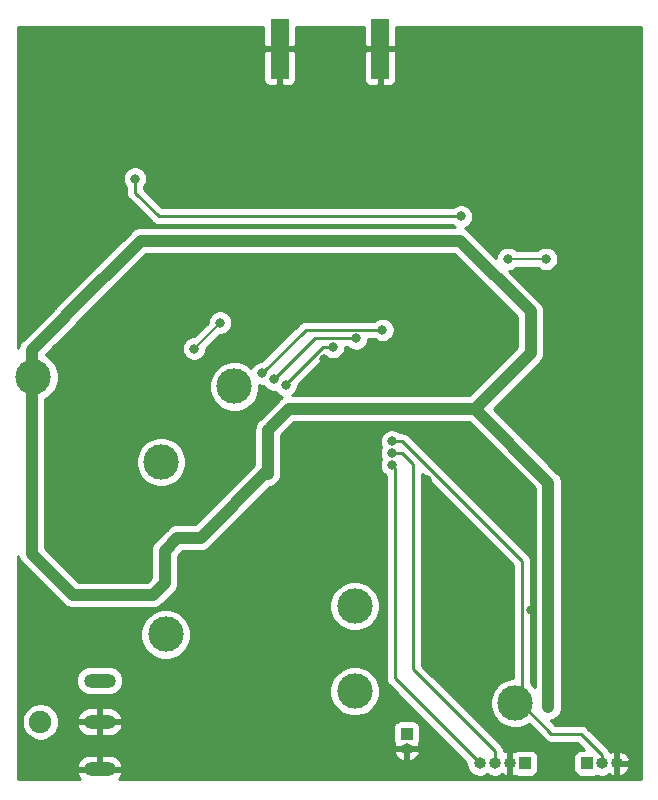
<source format=gbl>
%TF.GenerationSoftware,KiCad,Pcbnew,5.1.10-88a1d61d58~90~ubuntu20.04.1*%
%TF.CreationDate,2022-02-10T11:47:54-08:00*%
%TF.ProjectId,RP2040_WEDS,52503230-3430-45f5-9745-44532e6b6963,rev?*%
%TF.SameCoordinates,Original*%
%TF.FileFunction,Copper,L2,Bot*%
%TF.FilePolarity,Positive*%
%FSLAX46Y46*%
G04 Gerber Fmt 4.6, Leading zero omitted, Abs format (unit mm)*
G04 Created by KiCad (PCBNEW 5.1.10-88a1d61d58~90~ubuntu20.04.1) date 2022-02-10 11:47:54*
%MOMM*%
%LPD*%
G01*
G04 APERTURE LIST*
%TA.AperFunction,ComponentPad*%
%ADD10C,3.000000*%
%TD*%
%TA.AperFunction,SMDPad,CuDef*%
%ADD11R,1.500000X5.080000*%
%TD*%
%TA.AperFunction,ComponentPad*%
%ADD12O,1.000000X1.000000*%
%TD*%
%TA.AperFunction,ComponentPad*%
%ADD13R,1.000000X1.000000*%
%TD*%
%TA.AperFunction,ComponentPad*%
%ADD14O,2.700000X1.200000*%
%TD*%
%TA.AperFunction,ComponentPad*%
%ADD15C,1.900000*%
%TD*%
%TA.AperFunction,ViaPad*%
%ADD16C,0.800000*%
%TD*%
%TA.AperFunction,Conductor*%
%ADD17C,0.250000*%
%TD*%
%TA.AperFunction,Conductor*%
%ADD18C,0.200000*%
%TD*%
%TA.AperFunction,Conductor*%
%ADD19C,1.000000*%
%TD*%
%TA.AperFunction,Conductor*%
%ADD20C,0.254000*%
%TD*%
%TA.AperFunction,Conductor*%
%ADD21C,0.100000*%
%TD*%
G04 APERTURE END LIST*
D10*
%TO.P,TP1,1*%
%TO.N,VDC*%
X163600000Y-91600000D03*
%TD*%
%TO.P,TP7,1*%
%TO.N,LORA_RX*%
X163200000Y-77000000D03*
%TD*%
%TO.P,TP6,1*%
%TO.N,LORA_TX*%
X169400000Y-70600000D03*
%TD*%
%TO.P,TP5,1*%
%TO.N,SOIL_SIG*%
X193200000Y-97400000D03*
%TD*%
%TO.P,TP4,1*%
%TO.N,VDD*%
X152400000Y-69800000D03*
%TD*%
%TO.P,TP3,1*%
%TO.N,+3V3*%
X179600000Y-89200000D03*
%TD*%
%TO.P,TP2,1*%
%TO.N,+BATT*%
X179600000Y-96400000D03*
%TD*%
D11*
%TO.P,J6,5*%
%TO.N,GND*%
X181750000Y-42000000D03*
%TO.P,J6,4*%
X173250000Y-42000000D03*
%TD*%
D12*
%TO.P,J4,4*%
%TO.N,SDA_SOIL*%
X190190000Y-102500000D03*
%TO.P,J4,3*%
%TO.N,SCL_SOIL*%
X191460000Y-102500000D03*
%TO.P,J4,2*%
%TO.N,GND*%
X192730000Y-102500000D03*
D13*
%TO.P,J4,1*%
%TO.N,VDD*%
X194000000Y-102500000D03*
%TD*%
D12*
%TO.P,J3,2*%
%TO.N,GND*%
X184000000Y-101270000D03*
D13*
%TO.P,J3,1*%
%TO.N,+BATT*%
X184000000Y-100000000D03*
%TD*%
D12*
%TO.P,J2,3*%
%TO.N,GND*%
X201790000Y-102500000D03*
%TO.P,J2,2*%
%TO.N,SOIL_SIG*%
X200520000Y-102500000D03*
D13*
%TO.P,J2,1*%
%TO.N,VDD*%
X199250000Y-102500000D03*
%TD*%
D14*
%TO.P,J1,3*%
%TO.N,GND*%
X158000000Y-103000000D03*
%TO.P,J1,2*%
X158000000Y-99000000D03*
%TO.P,J1,1*%
%TO.N,Net-(D1-Pad2)*%
X158000000Y-95500000D03*
D15*
%TO.P,J1,*%
%TO.N,*%
X153000000Y-99000000D03*
%TD*%
D16*
%TO.N,GND*%
X187200000Y-55050000D03*
X187200000Y-59800000D03*
X178250000Y-75750000D03*
X175750000Y-75750000D03*
X178250000Y-78250000D03*
X175000000Y-99200000D03*
X182230000Y-101270000D03*
X194500000Y-89500000D03*
X199350000Y-94850000D03*
X199250000Y-78500000D03*
X191000000Y-76000000D03*
X191000000Y-80500000D03*
X173250000Y-46250000D03*
X181750000Y-46250000D03*
X167750000Y-74250000D03*
X167750000Y-77500000D03*
X178750000Y-68250000D03*
X182250000Y-68250000D03*
X184000000Y-68250000D03*
X185750000Y-78500000D03*
X185750000Y-74000000D03*
X173750000Y-83750000D03*
X175500000Y-81500000D03*
X173750000Y-85750000D03*
X177000000Y-68250000D03*
X172250000Y-83750000D03*
X183345000Y-60845000D03*
X157750000Y-83000000D03*
X154000000Y-80750000D03*
X154000000Y-89500000D03*
X200500002Y-89250000D03*
X200500000Y-84750000D03*
X180500000Y-68250000D03*
X169250000Y-54000000D03*
X176000000Y-54000000D03*
X162250000Y-47750000D03*
X156200000Y-53000000D03*
X157250000Y-60250000D03*
X201200000Y-43200000D03*
%TO.N,SOIL_SIG*%
X182750000Y-75249974D03*
%TO.N,SCL_SOIL*%
X182750000Y-76249987D03*
%TO.N,SDA_SOIL*%
X182749996Y-77250000D03*
%TO.N,QSPI_CSN*%
X171750000Y-69500000D03*
X181950002Y-65799998D03*
%TO.N,LORA_RX*%
X166000000Y-67400000D03*
X168200000Y-65200000D03*
%TO.N,RESET*%
X161000000Y-53000000D03*
X188600000Y-56200000D03*
%TO.N,QSPI_SD1*%
X172750000Y-70000000D03*
X179725001Y-66524999D03*
%TO.N,QSPI_SD2*%
X173750000Y-70500000D03*
X177750000Y-67250000D03*
%TO.N,DONE*%
X192600000Y-59800000D03*
X195800000Y-59800000D03*
%TO.N,VDD*%
X194500000Y-66750000D03*
X172250000Y-74250000D03*
X177500000Y-72500000D03*
X183250000Y-72500000D03*
X182500000Y-58250000D03*
X152250000Y-84750000D03*
X152250000Y-82000000D03*
X163500000Y-87249996D03*
X158000000Y-88250000D03*
X189750000Y-72500000D03*
X195999982Y-97750000D03*
X184999992Y-72500000D03*
X181750004Y-72500000D03*
X188500000Y-58250000D03*
X154975000Y-64775000D03*
X172250000Y-77699990D03*
X164600000Y-83400000D03*
%TD*%
D17*
%TO.N,SOIL_SIG*%
X193774999Y-85388589D02*
X193774999Y-97524999D01*
X183636384Y-75249974D02*
X193774999Y-85388589D01*
X182750000Y-75249974D02*
X183636384Y-75249974D01*
X193774999Y-97524999D02*
X196250000Y-100000000D01*
X200520000Y-101792894D02*
X200520000Y-102500000D01*
X198727106Y-100000000D02*
X200520000Y-101792894D01*
X196250000Y-100000000D02*
X198727106Y-100000000D01*
%TO.N,SCL_SOIL*%
X191460000Y-101460000D02*
X191460000Y-102500000D01*
X184549990Y-94549990D02*
X191460000Y-101460000D01*
X184549990Y-77149990D02*
X184549990Y-94549990D01*
X183649987Y-76249987D02*
X184549990Y-77149990D01*
X182750000Y-76249987D02*
X183649987Y-76249987D01*
%TO.N,SDA_SOIL*%
X182999996Y-95309996D02*
X190190000Y-102500000D01*
X182999996Y-77500000D02*
X182999996Y-95309996D01*
X182749996Y-77250000D02*
X182999996Y-77500000D01*
%TO.N,QSPI_CSN*%
X175450002Y-65799998D02*
X181950002Y-65799998D01*
X171750000Y-69500000D02*
X175450002Y-65799998D01*
X181950002Y-65799998D02*
X181950002Y-65799998D01*
D18*
%TO.N,LORA_RX*%
X166000000Y-67400000D02*
X168200000Y-65200000D01*
X168200000Y-65200000D02*
X168200000Y-65200000D01*
D17*
%TO.N,RESET*%
X163000000Y-56200000D02*
X188600000Y-56200000D01*
X161000000Y-54200000D02*
X163000000Y-56200000D01*
X161000000Y-53000000D02*
X161000000Y-54200000D01*
%TO.N,QSPI_SD1*%
X176225001Y-66524999D02*
X179475001Y-66524999D01*
X172750000Y-70000000D02*
X176225001Y-66524999D01*
X179475001Y-66524999D02*
X179725001Y-66524999D01*
X179725001Y-66524999D02*
X179725001Y-66524999D01*
%TO.N,QSPI_SD2*%
X176926998Y-67250000D02*
X177750000Y-67250000D01*
X173750000Y-70426998D02*
X176926998Y-67250000D01*
X173750000Y-70500000D02*
X173750000Y-70426998D01*
X177750000Y-67250000D02*
X177750000Y-67250000D01*
D18*
%TO.N,DONE*%
X192600000Y-59800000D02*
X195800000Y-59800000D01*
X195800000Y-59800000D02*
X195800000Y-59800000D01*
D19*
%TO.N,VDD*%
X194500000Y-66750000D02*
X194500000Y-67750000D01*
X194500000Y-67750000D02*
X189750000Y-72500000D01*
X172250000Y-74250000D02*
X172250000Y-78000000D01*
X182500000Y-58250000D02*
X182500000Y-58250000D01*
X185750000Y-58250000D02*
X182500000Y-58250000D01*
X188500000Y-58250000D02*
X188500000Y-58250000D01*
X194500000Y-64250000D02*
X188500000Y-58250000D01*
X194500000Y-66750000D02*
X194500000Y-64250000D01*
X152250000Y-67500000D02*
X152250000Y-82000000D01*
X161500000Y-58250000D02*
X155250000Y-64500000D01*
X182500000Y-58250000D02*
X161500000Y-58250000D01*
X152250000Y-84750000D02*
X152250000Y-84750000D01*
X174000000Y-72500000D02*
X172500000Y-74000000D01*
X177750000Y-72500000D02*
X174000000Y-72500000D01*
X152250000Y-82000000D02*
X152250000Y-84750000D01*
X162499996Y-88250000D02*
X163500000Y-87249996D01*
X155750000Y-88250000D02*
X158000000Y-88250000D01*
X152250000Y-84750000D02*
X155750000Y-88250000D01*
X158000000Y-88250000D02*
X162499996Y-88250000D01*
X189750000Y-72500000D02*
X189750000Y-72500000D01*
X189750000Y-72500000D02*
X195999982Y-78749982D01*
X195999982Y-78749982D02*
X195999982Y-97750000D01*
X155250000Y-64500000D02*
X154975000Y-64775000D01*
X189750000Y-72500000D02*
X184999992Y-72500000D01*
X177750000Y-72500000D02*
X179000000Y-72500000D01*
X184999992Y-72500000D02*
X181750004Y-72500000D01*
X179000000Y-72500000D02*
X181750004Y-72500000D01*
X154975000Y-64775000D02*
X152250000Y-67500000D01*
X188500000Y-58250000D02*
X185750000Y-58250000D01*
X154975000Y-64775000D02*
X154975000Y-64775000D01*
X166549990Y-83400000D02*
X164600000Y-83400000D01*
X172250000Y-77699990D02*
X166549990Y-83400000D01*
X163500000Y-87249996D02*
X163500000Y-84500000D01*
X163500000Y-84500000D02*
X164600000Y-83400000D01*
%TD*%
D20*
%TO.N,GND*%
X171865000Y-41714250D02*
X172023750Y-41873000D01*
X173123000Y-41873000D01*
X173123000Y-41853000D01*
X173377000Y-41853000D01*
X173377000Y-41873000D01*
X174476250Y-41873000D01*
X174635000Y-41714250D01*
X174637163Y-40127000D01*
X180362837Y-40127000D01*
X180365000Y-41714250D01*
X180523750Y-41873000D01*
X181623000Y-41873000D01*
X181623000Y-41853000D01*
X181877000Y-41853000D01*
X181877000Y-41873000D01*
X182976250Y-41873000D01*
X183135000Y-41714250D01*
X183137163Y-40127000D01*
X203873000Y-40127000D01*
X203873000Y-103873000D01*
X159624319Y-103873000D01*
X159713078Y-103783474D01*
X159847421Y-103580533D01*
X159939591Y-103355282D01*
X159943462Y-103317609D01*
X159818731Y-103127000D01*
X158127000Y-103127000D01*
X158127000Y-103147000D01*
X157873000Y-103147000D01*
X157873000Y-103127000D01*
X156181269Y-103127000D01*
X156056538Y-103317609D01*
X156060409Y-103355282D01*
X156152579Y-103580533D01*
X156286922Y-103783474D01*
X156375681Y-103873000D01*
X151127000Y-103873000D01*
X151127000Y-102682391D01*
X156056538Y-102682391D01*
X156181269Y-102873000D01*
X157873000Y-102873000D01*
X157873000Y-101765000D01*
X158127000Y-101765000D01*
X158127000Y-102873000D01*
X159818731Y-102873000D01*
X159943462Y-102682391D01*
X159939591Y-102644718D01*
X159847421Y-102419467D01*
X159713078Y-102216526D01*
X159541725Y-102043693D01*
X159339946Y-101907610D01*
X159115496Y-101813507D01*
X158877000Y-101765000D01*
X158127000Y-101765000D01*
X157873000Y-101765000D01*
X157123000Y-101765000D01*
X156884504Y-101813507D01*
X156660054Y-101907610D01*
X156458275Y-102043693D01*
X156286922Y-102216526D01*
X156152579Y-102419467D01*
X156060409Y-102644718D01*
X156056538Y-102682391D01*
X151127000Y-102682391D01*
X151127000Y-101571876D01*
X182905874Y-101571876D01*
X182985790Y-101779529D01*
X183104682Y-101967601D01*
X183257980Y-102128865D01*
X183439794Y-102257123D01*
X183643136Y-102347446D01*
X183698126Y-102364119D01*
X183873000Y-102237954D01*
X183873000Y-101397000D01*
X184127000Y-101397000D01*
X184127000Y-102237954D01*
X184301874Y-102364119D01*
X184356864Y-102347446D01*
X184560206Y-102257123D01*
X184742020Y-102128865D01*
X184895318Y-101967601D01*
X185014210Y-101779529D01*
X185094126Y-101571876D01*
X184969129Y-101397000D01*
X184127000Y-101397000D01*
X183873000Y-101397000D01*
X183030871Y-101397000D01*
X182905874Y-101571876D01*
X151127000Y-101571876D01*
X151127000Y-98843891D01*
X151415000Y-98843891D01*
X151415000Y-99156109D01*
X151475911Y-99462327D01*
X151595391Y-99750779D01*
X151768850Y-100010379D01*
X151989621Y-100231150D01*
X152249221Y-100404609D01*
X152537673Y-100524089D01*
X152843891Y-100585000D01*
X153156109Y-100585000D01*
X153462327Y-100524089D01*
X153750779Y-100404609D01*
X154010379Y-100231150D01*
X154231150Y-100010379D01*
X154404609Y-99750779D01*
X154524089Y-99462327D01*
X154552875Y-99317609D01*
X156056538Y-99317609D01*
X156060409Y-99355282D01*
X156152579Y-99580533D01*
X156286922Y-99783474D01*
X156458275Y-99956307D01*
X156660054Y-100092390D01*
X156884504Y-100186493D01*
X157123000Y-100235000D01*
X157873000Y-100235000D01*
X157873000Y-99127000D01*
X158127000Y-99127000D01*
X158127000Y-100235000D01*
X158877000Y-100235000D01*
X159115496Y-100186493D01*
X159339946Y-100092390D01*
X159541725Y-99956307D01*
X159713078Y-99783474D01*
X159847421Y-99580533D01*
X159880374Y-99500000D01*
X182861928Y-99500000D01*
X182861928Y-100500000D01*
X182874188Y-100624482D01*
X182910498Y-100744180D01*
X182957918Y-100832894D01*
X182905874Y-100968124D01*
X183030871Y-101143000D01*
X183873000Y-101143000D01*
X183873000Y-101138072D01*
X184127000Y-101138072D01*
X184127000Y-101143000D01*
X184969129Y-101143000D01*
X185094126Y-100968124D01*
X185042082Y-100832894D01*
X185089502Y-100744180D01*
X185125812Y-100624482D01*
X185138072Y-100500000D01*
X185138072Y-99500000D01*
X185125812Y-99375518D01*
X185089502Y-99255820D01*
X185030537Y-99145506D01*
X184951185Y-99048815D01*
X184854494Y-98969463D01*
X184744180Y-98910498D01*
X184624482Y-98874188D01*
X184500000Y-98861928D01*
X183500000Y-98861928D01*
X183375518Y-98874188D01*
X183255820Y-98910498D01*
X183145506Y-98969463D01*
X183048815Y-99048815D01*
X182969463Y-99145506D01*
X182910498Y-99255820D01*
X182874188Y-99375518D01*
X182861928Y-99500000D01*
X159880374Y-99500000D01*
X159939591Y-99355282D01*
X159943462Y-99317609D01*
X159818731Y-99127000D01*
X158127000Y-99127000D01*
X157873000Y-99127000D01*
X156181269Y-99127000D01*
X156056538Y-99317609D01*
X154552875Y-99317609D01*
X154585000Y-99156109D01*
X154585000Y-98843891D01*
X154552876Y-98682391D01*
X156056538Y-98682391D01*
X156181269Y-98873000D01*
X157873000Y-98873000D01*
X157873000Y-97765000D01*
X158127000Y-97765000D01*
X158127000Y-98873000D01*
X159818731Y-98873000D01*
X159943462Y-98682391D01*
X159939591Y-98644718D01*
X159847421Y-98419467D01*
X159713078Y-98216526D01*
X159541725Y-98043693D01*
X159339946Y-97907610D01*
X159115496Y-97813507D01*
X158877000Y-97765000D01*
X158127000Y-97765000D01*
X157873000Y-97765000D01*
X157123000Y-97765000D01*
X156884504Y-97813507D01*
X156660054Y-97907610D01*
X156458275Y-98043693D01*
X156286922Y-98216526D01*
X156152579Y-98419467D01*
X156060409Y-98644718D01*
X156056538Y-98682391D01*
X154552876Y-98682391D01*
X154524089Y-98537673D01*
X154404609Y-98249221D01*
X154231150Y-97989621D01*
X154010379Y-97768850D01*
X153750779Y-97595391D01*
X153462327Y-97475911D01*
X153156109Y-97415000D01*
X152843891Y-97415000D01*
X152537673Y-97475911D01*
X152249221Y-97595391D01*
X151989621Y-97768850D01*
X151768850Y-97989621D01*
X151595391Y-98249221D01*
X151475911Y-98537673D01*
X151415000Y-98843891D01*
X151127000Y-98843891D01*
X151127000Y-95500000D01*
X156009025Y-95500000D01*
X156032870Y-95742102D01*
X156103489Y-95974901D01*
X156218167Y-96189449D01*
X156372498Y-96377502D01*
X156560551Y-96531833D01*
X156775099Y-96646511D01*
X157007898Y-96717130D01*
X157189335Y-96735000D01*
X158810665Y-96735000D01*
X158992102Y-96717130D01*
X159224901Y-96646511D01*
X159439449Y-96531833D01*
X159627502Y-96377502D01*
X159781609Y-96189721D01*
X177465000Y-96189721D01*
X177465000Y-96610279D01*
X177547047Y-97022756D01*
X177707988Y-97411302D01*
X177941637Y-97760983D01*
X178239017Y-98058363D01*
X178588698Y-98292012D01*
X178977244Y-98452953D01*
X179389721Y-98535000D01*
X179810279Y-98535000D01*
X180222756Y-98452953D01*
X180611302Y-98292012D01*
X180960983Y-98058363D01*
X181258363Y-97760983D01*
X181492012Y-97411302D01*
X181652953Y-97022756D01*
X181735000Y-96610279D01*
X181735000Y-96189721D01*
X181652953Y-95777244D01*
X181492012Y-95388698D01*
X181258363Y-95039017D01*
X180960983Y-94741637D01*
X180611302Y-94507988D01*
X180222756Y-94347047D01*
X179810279Y-94265000D01*
X179389721Y-94265000D01*
X178977244Y-94347047D01*
X178588698Y-94507988D01*
X178239017Y-94741637D01*
X177941637Y-95039017D01*
X177707988Y-95388698D01*
X177547047Y-95777244D01*
X177465000Y-96189721D01*
X159781609Y-96189721D01*
X159781833Y-96189449D01*
X159896511Y-95974901D01*
X159967130Y-95742102D01*
X159990975Y-95500000D01*
X159967130Y-95257898D01*
X159896511Y-95025099D01*
X159781833Y-94810551D01*
X159627502Y-94622498D01*
X159439449Y-94468167D01*
X159224901Y-94353489D01*
X158992102Y-94282870D01*
X158810665Y-94265000D01*
X157189335Y-94265000D01*
X157007898Y-94282870D01*
X156775099Y-94353489D01*
X156560551Y-94468167D01*
X156372498Y-94622498D01*
X156218167Y-94810551D01*
X156103489Y-95025099D01*
X156032870Y-95257898D01*
X156009025Y-95500000D01*
X151127000Y-95500000D01*
X151127000Y-91389721D01*
X161465000Y-91389721D01*
X161465000Y-91810279D01*
X161547047Y-92222756D01*
X161707988Y-92611302D01*
X161941637Y-92960983D01*
X162239017Y-93258363D01*
X162588698Y-93492012D01*
X162977244Y-93652953D01*
X163389721Y-93735000D01*
X163810279Y-93735000D01*
X164222756Y-93652953D01*
X164611302Y-93492012D01*
X164960983Y-93258363D01*
X165258363Y-92960983D01*
X165492012Y-92611302D01*
X165652953Y-92222756D01*
X165735000Y-91810279D01*
X165735000Y-91389721D01*
X165652953Y-90977244D01*
X165492012Y-90588698D01*
X165258363Y-90239017D01*
X164960983Y-89941637D01*
X164611302Y-89707988D01*
X164222756Y-89547047D01*
X163810279Y-89465000D01*
X163389721Y-89465000D01*
X162977244Y-89547047D01*
X162588698Y-89707988D01*
X162239017Y-89941637D01*
X161941637Y-90239017D01*
X161707988Y-90588698D01*
X161547047Y-90977244D01*
X161465000Y-91389721D01*
X151127000Y-91389721D01*
X151127000Y-84927591D01*
X151131423Y-84972499D01*
X151196324Y-85186447D01*
X151301716Y-85383623D01*
X151443551Y-85556449D01*
X151486865Y-85591996D01*
X154908009Y-89013141D01*
X154943551Y-89056449D01*
X155116377Y-89198284D01*
X155313553Y-89303676D01*
X155527501Y-89368577D01*
X155694248Y-89385000D01*
X155694257Y-89385000D01*
X155749999Y-89390490D01*
X155805741Y-89385000D01*
X162444245Y-89385000D01*
X162499996Y-89390491D01*
X162555747Y-89385000D01*
X162555748Y-89385000D01*
X162722495Y-89368577D01*
X162936443Y-89303676D01*
X163133619Y-89198284D01*
X163306445Y-89056449D01*
X163341992Y-89013136D01*
X163365407Y-88989721D01*
X177465000Y-88989721D01*
X177465000Y-89410279D01*
X177547047Y-89822756D01*
X177707988Y-90211302D01*
X177941637Y-90560983D01*
X178239017Y-90858363D01*
X178588698Y-91092012D01*
X178977244Y-91252953D01*
X179389721Y-91335000D01*
X179810279Y-91335000D01*
X180222756Y-91252953D01*
X180611302Y-91092012D01*
X180960983Y-90858363D01*
X181258363Y-90560983D01*
X181492012Y-90211302D01*
X181652953Y-89822756D01*
X181735000Y-89410279D01*
X181735000Y-88989721D01*
X181652953Y-88577244D01*
X181492012Y-88188698D01*
X181258363Y-87839017D01*
X180960983Y-87541637D01*
X180611302Y-87307988D01*
X180222756Y-87147047D01*
X179810279Y-87065000D01*
X179389721Y-87065000D01*
X178977244Y-87147047D01*
X178588698Y-87307988D01*
X178239017Y-87541637D01*
X177941637Y-87839017D01*
X177707988Y-88188698D01*
X177547047Y-88577244D01*
X177465000Y-88989721D01*
X163365407Y-88989721D01*
X164263140Y-88091988D01*
X164306449Y-88056445D01*
X164448284Y-87883619D01*
X164553676Y-87686443D01*
X164603471Y-87522291D01*
X164618577Y-87472496D01*
X164634779Y-87307988D01*
X164635000Y-87305748D01*
X164635000Y-87305741D01*
X164640490Y-87249997D01*
X164635000Y-87194253D01*
X164635000Y-84970131D01*
X165070132Y-84535000D01*
X166494239Y-84535000D01*
X166549990Y-84540491D01*
X166605741Y-84535000D01*
X166605742Y-84535000D01*
X166772489Y-84518577D01*
X166986437Y-84453676D01*
X167183613Y-84348284D01*
X167356439Y-84206449D01*
X167391986Y-84163135D01*
X172432617Y-79122505D01*
X172472499Y-79118577D01*
X172686447Y-79053676D01*
X172883623Y-78948284D01*
X173056449Y-78806449D01*
X173198284Y-78633623D01*
X173303676Y-78436447D01*
X173368577Y-78222499D01*
X173385000Y-78055752D01*
X173385000Y-77755733D01*
X173390490Y-77699991D01*
X173385000Y-77644249D01*
X173385000Y-74720131D01*
X174470132Y-73635000D01*
X189279869Y-73635000D01*
X194864982Y-79220114D01*
X194864983Y-96048924D01*
X194858363Y-96039017D01*
X194560983Y-95741637D01*
X194534999Y-95724275D01*
X194534999Y-85425912D01*
X194538675Y-85388589D01*
X194534999Y-85351266D01*
X194534999Y-85351256D01*
X194524002Y-85239603D01*
X194480545Y-85096342D01*
X194409973Y-84964313D01*
X194315000Y-84848588D01*
X194286003Y-84824791D01*
X184200188Y-74738977D01*
X184176385Y-74709973D01*
X184060660Y-74615000D01*
X183928631Y-74544428D01*
X183785370Y-74500971D01*
X183673717Y-74489974D01*
X183673706Y-74489974D01*
X183636384Y-74486298D01*
X183599062Y-74489974D01*
X183453711Y-74489974D01*
X183409774Y-74446037D01*
X183240256Y-74332769D01*
X183051898Y-74254748D01*
X182851939Y-74214974D01*
X182648061Y-74214974D01*
X182448102Y-74254748D01*
X182259744Y-74332769D01*
X182090226Y-74446037D01*
X181946063Y-74590200D01*
X181832795Y-74759718D01*
X181754774Y-74948076D01*
X181715000Y-75148035D01*
X181715000Y-75351913D01*
X181754774Y-75551872D01*
X181832795Y-75740230D01*
X181839310Y-75749981D01*
X181832795Y-75759731D01*
X181754774Y-75948089D01*
X181715000Y-76148048D01*
X181715000Y-76351926D01*
X181754774Y-76551885D01*
X181832795Y-76740243D01*
X181839308Y-76749991D01*
X181832791Y-76759744D01*
X181754770Y-76948102D01*
X181714996Y-77148061D01*
X181714996Y-77351939D01*
X181754770Y-77551898D01*
X181832791Y-77740256D01*
X181946059Y-77909774D01*
X182090222Y-78053937D01*
X182239996Y-78154013D01*
X182239997Y-95272663D01*
X182236320Y-95309996D01*
X182250994Y-95458981D01*
X182294450Y-95602242D01*
X182365022Y-95734272D01*
X182400289Y-95777244D01*
X182459996Y-95849997D01*
X182488994Y-95873795D01*
X189055000Y-102439802D01*
X189055000Y-102611788D01*
X189098617Y-102831067D01*
X189184176Y-103037624D01*
X189308388Y-103223520D01*
X189466480Y-103381612D01*
X189652376Y-103505824D01*
X189858933Y-103591383D01*
X190078212Y-103635000D01*
X190301788Y-103635000D01*
X190521067Y-103591383D01*
X190727624Y-103505824D01*
X190825000Y-103440759D01*
X190922376Y-103505824D01*
X191128933Y-103591383D01*
X191348212Y-103635000D01*
X191571788Y-103635000D01*
X191791067Y-103591383D01*
X191997624Y-103505824D01*
X192099658Y-103437647D01*
X192169794Y-103487123D01*
X192373136Y-103577446D01*
X192428126Y-103594119D01*
X192603000Y-103467954D01*
X192603000Y-102627000D01*
X192591974Y-102627000D01*
X192595000Y-102611788D01*
X192595000Y-102388212D01*
X192591974Y-102373000D01*
X192603000Y-102373000D01*
X192603000Y-101532046D01*
X192857000Y-101532046D01*
X192857000Y-102373000D01*
X192861928Y-102373000D01*
X192861928Y-102627000D01*
X192857000Y-102627000D01*
X192857000Y-103467954D01*
X193031874Y-103594119D01*
X193086864Y-103577446D01*
X193166820Y-103541930D01*
X193255820Y-103589502D01*
X193375518Y-103625812D01*
X193500000Y-103638072D01*
X194500000Y-103638072D01*
X194624482Y-103625812D01*
X194744180Y-103589502D01*
X194854494Y-103530537D01*
X194951185Y-103451185D01*
X195030537Y-103354494D01*
X195089502Y-103244180D01*
X195125812Y-103124482D01*
X195138072Y-103000000D01*
X195138072Y-102000000D01*
X195125812Y-101875518D01*
X195089502Y-101755820D01*
X195030537Y-101645506D01*
X194951185Y-101548815D01*
X194854494Y-101469463D01*
X194744180Y-101410498D01*
X194624482Y-101374188D01*
X194500000Y-101361928D01*
X193500000Y-101361928D01*
X193375518Y-101374188D01*
X193255820Y-101410498D01*
X193166820Y-101458070D01*
X193086864Y-101422554D01*
X193031874Y-101405881D01*
X192857000Y-101532046D01*
X192603000Y-101532046D01*
X192428126Y-101405881D01*
X192373136Y-101422554D01*
X192220695Y-101490267D01*
X192223676Y-101460000D01*
X192220000Y-101422677D01*
X192220000Y-101422667D01*
X192209003Y-101311014D01*
X192165546Y-101167753D01*
X192094974Y-101035724D01*
X192000001Y-100919999D01*
X191971004Y-100896202D01*
X185309990Y-94235189D01*
X185309990Y-77998381D01*
X193014999Y-85703391D01*
X193015000Y-95265000D01*
X192989721Y-95265000D01*
X192577244Y-95347047D01*
X192188698Y-95507988D01*
X191839017Y-95741637D01*
X191541637Y-96039017D01*
X191307988Y-96388698D01*
X191147047Y-96777244D01*
X191065000Y-97189721D01*
X191065000Y-97610279D01*
X191147047Y-98022756D01*
X191307988Y-98411302D01*
X191541637Y-98760983D01*
X191839017Y-99058363D01*
X192188698Y-99292012D01*
X192577244Y-99452953D01*
X192989721Y-99535000D01*
X193410279Y-99535000D01*
X193822756Y-99452953D01*
X194211302Y-99292012D01*
X194364708Y-99189510D01*
X195686200Y-100511002D01*
X195709999Y-100540001D01*
X195738997Y-100563799D01*
X195825723Y-100634974D01*
X195940498Y-100696323D01*
X195957753Y-100705546D01*
X196101014Y-100749003D01*
X196212667Y-100760000D01*
X196212677Y-100760000D01*
X196250000Y-100763676D01*
X196287322Y-100760000D01*
X198412305Y-100760000D01*
X199014233Y-101361928D01*
X198750000Y-101361928D01*
X198625518Y-101374188D01*
X198505820Y-101410498D01*
X198395506Y-101469463D01*
X198298815Y-101548815D01*
X198219463Y-101645506D01*
X198160498Y-101755820D01*
X198124188Y-101875518D01*
X198111928Y-102000000D01*
X198111928Y-103000000D01*
X198124188Y-103124482D01*
X198160498Y-103244180D01*
X198219463Y-103354494D01*
X198298815Y-103451185D01*
X198395506Y-103530537D01*
X198505820Y-103589502D01*
X198625518Y-103625812D01*
X198750000Y-103638072D01*
X199750000Y-103638072D01*
X199874482Y-103625812D01*
X199994180Y-103589502D01*
X200077226Y-103545112D01*
X200188933Y-103591383D01*
X200408212Y-103635000D01*
X200631788Y-103635000D01*
X200851067Y-103591383D01*
X201057624Y-103505824D01*
X201159658Y-103437647D01*
X201229794Y-103487123D01*
X201433136Y-103577446D01*
X201488126Y-103594119D01*
X201663000Y-103467954D01*
X201663000Y-102627000D01*
X201917000Y-102627000D01*
X201917000Y-103467954D01*
X202091874Y-103594119D01*
X202146864Y-103577446D01*
X202350206Y-103487123D01*
X202532020Y-103358865D01*
X202685318Y-103197601D01*
X202804210Y-103009529D01*
X202884126Y-102801876D01*
X202759129Y-102627000D01*
X201917000Y-102627000D01*
X201663000Y-102627000D01*
X201651974Y-102627000D01*
X201655000Y-102611788D01*
X201655000Y-102388212D01*
X201651974Y-102373000D01*
X201663000Y-102373000D01*
X201663000Y-101532046D01*
X201917000Y-101532046D01*
X201917000Y-102373000D01*
X202759129Y-102373000D01*
X202884126Y-102198124D01*
X202804210Y-101990471D01*
X202685318Y-101802399D01*
X202532020Y-101641135D01*
X202350206Y-101512877D01*
X202146864Y-101422554D01*
X202091874Y-101405881D01*
X201917000Y-101532046D01*
X201663000Y-101532046D01*
X201488126Y-101405881D01*
X201433136Y-101422554D01*
X201229794Y-101512877D01*
X201229351Y-101513190D01*
X201225546Y-101500647D01*
X201208878Y-101469463D01*
X201154974Y-101368617D01*
X201083799Y-101281891D01*
X201060001Y-101252893D01*
X201031004Y-101229096D01*
X199290910Y-99489003D01*
X199267107Y-99459999D01*
X199151382Y-99365026D01*
X199019353Y-99294454D01*
X198876092Y-99250997D01*
X198764439Y-99240000D01*
X198764428Y-99240000D01*
X198727106Y-99236324D01*
X198689784Y-99240000D01*
X196564802Y-99240000D01*
X196195988Y-98871186D01*
X196222481Y-98868577D01*
X196436429Y-98803676D01*
X196633605Y-98698284D01*
X196806431Y-98556449D01*
X196948266Y-98383623D01*
X197053658Y-98186447D01*
X197118559Y-97972499D01*
X197134982Y-97805752D01*
X197134982Y-78805723D01*
X197140472Y-78749981D01*
X197134982Y-78694239D01*
X197134982Y-78694230D01*
X197118559Y-78527483D01*
X197053658Y-78313535D01*
X196948266Y-78116359D01*
X196806431Y-77943533D01*
X196763123Y-77907991D01*
X191355131Y-72500000D01*
X195263141Y-68591991D01*
X195306449Y-68556449D01*
X195448284Y-68383623D01*
X195553676Y-68186447D01*
X195618577Y-67972499D01*
X195635000Y-67805752D01*
X195635000Y-67805743D01*
X195640490Y-67750001D01*
X195635000Y-67694259D01*
X195635000Y-64305741D01*
X195640490Y-64249999D01*
X195635000Y-64194257D01*
X195635000Y-64194248D01*
X195618577Y-64027501D01*
X195553676Y-63813553D01*
X195448284Y-63616377D01*
X195306449Y-63443551D01*
X195263141Y-63408009D01*
X192690132Y-60835000D01*
X192701939Y-60835000D01*
X192901898Y-60795226D01*
X193090256Y-60717205D01*
X193259774Y-60603937D01*
X193328711Y-60535000D01*
X195071289Y-60535000D01*
X195140226Y-60603937D01*
X195309744Y-60717205D01*
X195498102Y-60795226D01*
X195698061Y-60835000D01*
X195901939Y-60835000D01*
X196101898Y-60795226D01*
X196290256Y-60717205D01*
X196459774Y-60603937D01*
X196603937Y-60459774D01*
X196717205Y-60290256D01*
X196795226Y-60101898D01*
X196835000Y-59901939D01*
X196835000Y-59698061D01*
X196795226Y-59498102D01*
X196717205Y-59309744D01*
X196603937Y-59140226D01*
X196459774Y-58996063D01*
X196290256Y-58882795D01*
X196101898Y-58804774D01*
X195901939Y-58765000D01*
X195698061Y-58765000D01*
X195498102Y-58804774D01*
X195309744Y-58882795D01*
X195140226Y-58996063D01*
X195071289Y-59065000D01*
X193328711Y-59065000D01*
X193259774Y-58996063D01*
X193090256Y-58882795D01*
X192901898Y-58804774D01*
X192701939Y-58765000D01*
X192498061Y-58765000D01*
X192298102Y-58804774D01*
X192109744Y-58882795D01*
X191940226Y-58996063D01*
X191796063Y-59140226D01*
X191682795Y-59309744D01*
X191604774Y-59498102D01*
X191565000Y-59698061D01*
X191565000Y-59709869D01*
X189341996Y-57486865D01*
X189306449Y-57443551D01*
X189133623Y-57301716D01*
X188936447Y-57196324D01*
X188914973Y-57189810D01*
X189090256Y-57117205D01*
X189259774Y-57003937D01*
X189403937Y-56859774D01*
X189517205Y-56690256D01*
X189595226Y-56501898D01*
X189635000Y-56301939D01*
X189635000Y-56098061D01*
X189595226Y-55898102D01*
X189517205Y-55709744D01*
X189403937Y-55540226D01*
X189259774Y-55396063D01*
X189090256Y-55282795D01*
X188901898Y-55204774D01*
X188701939Y-55165000D01*
X188498061Y-55165000D01*
X188298102Y-55204774D01*
X188109744Y-55282795D01*
X187940226Y-55396063D01*
X187896289Y-55440000D01*
X163314802Y-55440000D01*
X161760000Y-53885199D01*
X161760000Y-53703711D01*
X161803937Y-53659774D01*
X161917205Y-53490256D01*
X161995226Y-53301898D01*
X162035000Y-53101939D01*
X162035000Y-52898061D01*
X161995226Y-52698102D01*
X161917205Y-52509744D01*
X161803937Y-52340226D01*
X161659774Y-52196063D01*
X161490256Y-52082795D01*
X161301898Y-52004774D01*
X161101939Y-51965000D01*
X160898061Y-51965000D01*
X160698102Y-52004774D01*
X160509744Y-52082795D01*
X160340226Y-52196063D01*
X160196063Y-52340226D01*
X160082795Y-52509744D01*
X160004774Y-52698102D01*
X159965000Y-52898061D01*
X159965000Y-53101939D01*
X160004774Y-53301898D01*
X160082795Y-53490256D01*
X160196063Y-53659774D01*
X160240001Y-53703712D01*
X160240001Y-54162668D01*
X160236324Y-54200000D01*
X160250998Y-54348985D01*
X160294454Y-54492246D01*
X160365026Y-54624276D01*
X160436201Y-54711002D01*
X160460000Y-54740001D01*
X160488998Y-54763799D01*
X162436201Y-56711003D01*
X162459999Y-56740001D01*
X162488997Y-56763799D01*
X162575723Y-56834974D01*
X162707753Y-56905546D01*
X162851014Y-56949003D01*
X162962667Y-56960000D01*
X162962676Y-56960000D01*
X162999999Y-56963676D01*
X163037322Y-56960000D01*
X187896289Y-56960000D01*
X187940226Y-57003937D01*
X188106444Y-57115000D01*
X161555752Y-57115000D01*
X161500000Y-57109509D01*
X161444248Y-57115000D01*
X161277501Y-57131423D01*
X161063553Y-57196324D01*
X160866377Y-57301716D01*
X160693551Y-57443551D01*
X160658009Y-57486859D01*
X154486863Y-63658006D01*
X154486857Y-63658011D01*
X154211864Y-63933005D01*
X154168551Y-63968551D01*
X154133011Y-64011857D01*
X151486865Y-66658004D01*
X151443551Y-66693551D01*
X151301716Y-66866377D01*
X151222140Y-67015255D01*
X151196324Y-67063554D01*
X151131423Y-67277502D01*
X151127000Y-67322410D01*
X151127000Y-44540000D01*
X171861928Y-44540000D01*
X171874188Y-44664482D01*
X171910498Y-44784180D01*
X171969463Y-44894494D01*
X172048815Y-44991185D01*
X172145506Y-45070537D01*
X172255820Y-45129502D01*
X172375518Y-45165812D01*
X172500000Y-45178072D01*
X172964250Y-45175000D01*
X173123000Y-45016250D01*
X173123000Y-42127000D01*
X173377000Y-42127000D01*
X173377000Y-45016250D01*
X173535750Y-45175000D01*
X174000000Y-45178072D01*
X174124482Y-45165812D01*
X174244180Y-45129502D01*
X174354494Y-45070537D01*
X174451185Y-44991185D01*
X174530537Y-44894494D01*
X174589502Y-44784180D01*
X174625812Y-44664482D01*
X174638072Y-44540000D01*
X180361928Y-44540000D01*
X180374188Y-44664482D01*
X180410498Y-44784180D01*
X180469463Y-44894494D01*
X180548815Y-44991185D01*
X180645506Y-45070537D01*
X180755820Y-45129502D01*
X180875518Y-45165812D01*
X181000000Y-45178072D01*
X181464250Y-45175000D01*
X181623000Y-45016250D01*
X181623000Y-42127000D01*
X181877000Y-42127000D01*
X181877000Y-45016250D01*
X182035750Y-45175000D01*
X182500000Y-45178072D01*
X182624482Y-45165812D01*
X182744180Y-45129502D01*
X182854494Y-45070537D01*
X182951185Y-44991185D01*
X183030537Y-44894494D01*
X183089502Y-44784180D01*
X183125812Y-44664482D01*
X183138072Y-44540000D01*
X183135000Y-42285750D01*
X182976250Y-42127000D01*
X181877000Y-42127000D01*
X181623000Y-42127000D01*
X180523750Y-42127000D01*
X180365000Y-42285750D01*
X180361928Y-44540000D01*
X174638072Y-44540000D01*
X174635000Y-42285750D01*
X174476250Y-42127000D01*
X173377000Y-42127000D01*
X173123000Y-42127000D01*
X172023750Y-42127000D01*
X171865000Y-42285750D01*
X171861928Y-44540000D01*
X151127000Y-44540000D01*
X151127000Y-40127000D01*
X171862837Y-40127000D01*
X171865000Y-41714250D01*
%TA.AperFunction,Conductor*%
D21*
G36*
X171865000Y-41714250D02*
G01*
X172023750Y-41873000D01*
X173123000Y-41873000D01*
X173123000Y-41853000D01*
X173377000Y-41853000D01*
X173377000Y-41873000D01*
X174476250Y-41873000D01*
X174635000Y-41714250D01*
X174637163Y-40127000D01*
X180362837Y-40127000D01*
X180365000Y-41714250D01*
X180523750Y-41873000D01*
X181623000Y-41873000D01*
X181623000Y-41853000D01*
X181877000Y-41853000D01*
X181877000Y-41873000D01*
X182976250Y-41873000D01*
X183135000Y-41714250D01*
X183137163Y-40127000D01*
X203873000Y-40127000D01*
X203873000Y-103873000D01*
X159624319Y-103873000D01*
X159713078Y-103783474D01*
X159847421Y-103580533D01*
X159939591Y-103355282D01*
X159943462Y-103317609D01*
X159818731Y-103127000D01*
X158127000Y-103127000D01*
X158127000Y-103147000D01*
X157873000Y-103147000D01*
X157873000Y-103127000D01*
X156181269Y-103127000D01*
X156056538Y-103317609D01*
X156060409Y-103355282D01*
X156152579Y-103580533D01*
X156286922Y-103783474D01*
X156375681Y-103873000D01*
X151127000Y-103873000D01*
X151127000Y-102682391D01*
X156056538Y-102682391D01*
X156181269Y-102873000D01*
X157873000Y-102873000D01*
X157873000Y-101765000D01*
X158127000Y-101765000D01*
X158127000Y-102873000D01*
X159818731Y-102873000D01*
X159943462Y-102682391D01*
X159939591Y-102644718D01*
X159847421Y-102419467D01*
X159713078Y-102216526D01*
X159541725Y-102043693D01*
X159339946Y-101907610D01*
X159115496Y-101813507D01*
X158877000Y-101765000D01*
X158127000Y-101765000D01*
X157873000Y-101765000D01*
X157123000Y-101765000D01*
X156884504Y-101813507D01*
X156660054Y-101907610D01*
X156458275Y-102043693D01*
X156286922Y-102216526D01*
X156152579Y-102419467D01*
X156060409Y-102644718D01*
X156056538Y-102682391D01*
X151127000Y-102682391D01*
X151127000Y-101571876D01*
X182905874Y-101571876D01*
X182985790Y-101779529D01*
X183104682Y-101967601D01*
X183257980Y-102128865D01*
X183439794Y-102257123D01*
X183643136Y-102347446D01*
X183698126Y-102364119D01*
X183873000Y-102237954D01*
X183873000Y-101397000D01*
X184127000Y-101397000D01*
X184127000Y-102237954D01*
X184301874Y-102364119D01*
X184356864Y-102347446D01*
X184560206Y-102257123D01*
X184742020Y-102128865D01*
X184895318Y-101967601D01*
X185014210Y-101779529D01*
X185094126Y-101571876D01*
X184969129Y-101397000D01*
X184127000Y-101397000D01*
X183873000Y-101397000D01*
X183030871Y-101397000D01*
X182905874Y-101571876D01*
X151127000Y-101571876D01*
X151127000Y-98843891D01*
X151415000Y-98843891D01*
X151415000Y-99156109D01*
X151475911Y-99462327D01*
X151595391Y-99750779D01*
X151768850Y-100010379D01*
X151989621Y-100231150D01*
X152249221Y-100404609D01*
X152537673Y-100524089D01*
X152843891Y-100585000D01*
X153156109Y-100585000D01*
X153462327Y-100524089D01*
X153750779Y-100404609D01*
X154010379Y-100231150D01*
X154231150Y-100010379D01*
X154404609Y-99750779D01*
X154524089Y-99462327D01*
X154552875Y-99317609D01*
X156056538Y-99317609D01*
X156060409Y-99355282D01*
X156152579Y-99580533D01*
X156286922Y-99783474D01*
X156458275Y-99956307D01*
X156660054Y-100092390D01*
X156884504Y-100186493D01*
X157123000Y-100235000D01*
X157873000Y-100235000D01*
X157873000Y-99127000D01*
X158127000Y-99127000D01*
X158127000Y-100235000D01*
X158877000Y-100235000D01*
X159115496Y-100186493D01*
X159339946Y-100092390D01*
X159541725Y-99956307D01*
X159713078Y-99783474D01*
X159847421Y-99580533D01*
X159880374Y-99500000D01*
X182861928Y-99500000D01*
X182861928Y-100500000D01*
X182874188Y-100624482D01*
X182910498Y-100744180D01*
X182957918Y-100832894D01*
X182905874Y-100968124D01*
X183030871Y-101143000D01*
X183873000Y-101143000D01*
X183873000Y-101138072D01*
X184127000Y-101138072D01*
X184127000Y-101143000D01*
X184969129Y-101143000D01*
X185094126Y-100968124D01*
X185042082Y-100832894D01*
X185089502Y-100744180D01*
X185125812Y-100624482D01*
X185138072Y-100500000D01*
X185138072Y-99500000D01*
X185125812Y-99375518D01*
X185089502Y-99255820D01*
X185030537Y-99145506D01*
X184951185Y-99048815D01*
X184854494Y-98969463D01*
X184744180Y-98910498D01*
X184624482Y-98874188D01*
X184500000Y-98861928D01*
X183500000Y-98861928D01*
X183375518Y-98874188D01*
X183255820Y-98910498D01*
X183145506Y-98969463D01*
X183048815Y-99048815D01*
X182969463Y-99145506D01*
X182910498Y-99255820D01*
X182874188Y-99375518D01*
X182861928Y-99500000D01*
X159880374Y-99500000D01*
X159939591Y-99355282D01*
X159943462Y-99317609D01*
X159818731Y-99127000D01*
X158127000Y-99127000D01*
X157873000Y-99127000D01*
X156181269Y-99127000D01*
X156056538Y-99317609D01*
X154552875Y-99317609D01*
X154585000Y-99156109D01*
X154585000Y-98843891D01*
X154552876Y-98682391D01*
X156056538Y-98682391D01*
X156181269Y-98873000D01*
X157873000Y-98873000D01*
X157873000Y-97765000D01*
X158127000Y-97765000D01*
X158127000Y-98873000D01*
X159818731Y-98873000D01*
X159943462Y-98682391D01*
X159939591Y-98644718D01*
X159847421Y-98419467D01*
X159713078Y-98216526D01*
X159541725Y-98043693D01*
X159339946Y-97907610D01*
X159115496Y-97813507D01*
X158877000Y-97765000D01*
X158127000Y-97765000D01*
X157873000Y-97765000D01*
X157123000Y-97765000D01*
X156884504Y-97813507D01*
X156660054Y-97907610D01*
X156458275Y-98043693D01*
X156286922Y-98216526D01*
X156152579Y-98419467D01*
X156060409Y-98644718D01*
X156056538Y-98682391D01*
X154552876Y-98682391D01*
X154524089Y-98537673D01*
X154404609Y-98249221D01*
X154231150Y-97989621D01*
X154010379Y-97768850D01*
X153750779Y-97595391D01*
X153462327Y-97475911D01*
X153156109Y-97415000D01*
X152843891Y-97415000D01*
X152537673Y-97475911D01*
X152249221Y-97595391D01*
X151989621Y-97768850D01*
X151768850Y-97989621D01*
X151595391Y-98249221D01*
X151475911Y-98537673D01*
X151415000Y-98843891D01*
X151127000Y-98843891D01*
X151127000Y-95500000D01*
X156009025Y-95500000D01*
X156032870Y-95742102D01*
X156103489Y-95974901D01*
X156218167Y-96189449D01*
X156372498Y-96377502D01*
X156560551Y-96531833D01*
X156775099Y-96646511D01*
X157007898Y-96717130D01*
X157189335Y-96735000D01*
X158810665Y-96735000D01*
X158992102Y-96717130D01*
X159224901Y-96646511D01*
X159439449Y-96531833D01*
X159627502Y-96377502D01*
X159781609Y-96189721D01*
X177465000Y-96189721D01*
X177465000Y-96610279D01*
X177547047Y-97022756D01*
X177707988Y-97411302D01*
X177941637Y-97760983D01*
X178239017Y-98058363D01*
X178588698Y-98292012D01*
X178977244Y-98452953D01*
X179389721Y-98535000D01*
X179810279Y-98535000D01*
X180222756Y-98452953D01*
X180611302Y-98292012D01*
X180960983Y-98058363D01*
X181258363Y-97760983D01*
X181492012Y-97411302D01*
X181652953Y-97022756D01*
X181735000Y-96610279D01*
X181735000Y-96189721D01*
X181652953Y-95777244D01*
X181492012Y-95388698D01*
X181258363Y-95039017D01*
X180960983Y-94741637D01*
X180611302Y-94507988D01*
X180222756Y-94347047D01*
X179810279Y-94265000D01*
X179389721Y-94265000D01*
X178977244Y-94347047D01*
X178588698Y-94507988D01*
X178239017Y-94741637D01*
X177941637Y-95039017D01*
X177707988Y-95388698D01*
X177547047Y-95777244D01*
X177465000Y-96189721D01*
X159781609Y-96189721D01*
X159781833Y-96189449D01*
X159896511Y-95974901D01*
X159967130Y-95742102D01*
X159990975Y-95500000D01*
X159967130Y-95257898D01*
X159896511Y-95025099D01*
X159781833Y-94810551D01*
X159627502Y-94622498D01*
X159439449Y-94468167D01*
X159224901Y-94353489D01*
X158992102Y-94282870D01*
X158810665Y-94265000D01*
X157189335Y-94265000D01*
X157007898Y-94282870D01*
X156775099Y-94353489D01*
X156560551Y-94468167D01*
X156372498Y-94622498D01*
X156218167Y-94810551D01*
X156103489Y-95025099D01*
X156032870Y-95257898D01*
X156009025Y-95500000D01*
X151127000Y-95500000D01*
X151127000Y-91389721D01*
X161465000Y-91389721D01*
X161465000Y-91810279D01*
X161547047Y-92222756D01*
X161707988Y-92611302D01*
X161941637Y-92960983D01*
X162239017Y-93258363D01*
X162588698Y-93492012D01*
X162977244Y-93652953D01*
X163389721Y-93735000D01*
X163810279Y-93735000D01*
X164222756Y-93652953D01*
X164611302Y-93492012D01*
X164960983Y-93258363D01*
X165258363Y-92960983D01*
X165492012Y-92611302D01*
X165652953Y-92222756D01*
X165735000Y-91810279D01*
X165735000Y-91389721D01*
X165652953Y-90977244D01*
X165492012Y-90588698D01*
X165258363Y-90239017D01*
X164960983Y-89941637D01*
X164611302Y-89707988D01*
X164222756Y-89547047D01*
X163810279Y-89465000D01*
X163389721Y-89465000D01*
X162977244Y-89547047D01*
X162588698Y-89707988D01*
X162239017Y-89941637D01*
X161941637Y-90239017D01*
X161707988Y-90588698D01*
X161547047Y-90977244D01*
X161465000Y-91389721D01*
X151127000Y-91389721D01*
X151127000Y-84927591D01*
X151131423Y-84972499D01*
X151196324Y-85186447D01*
X151301716Y-85383623D01*
X151443551Y-85556449D01*
X151486865Y-85591996D01*
X154908009Y-89013141D01*
X154943551Y-89056449D01*
X155116377Y-89198284D01*
X155313553Y-89303676D01*
X155527501Y-89368577D01*
X155694248Y-89385000D01*
X155694257Y-89385000D01*
X155749999Y-89390490D01*
X155805741Y-89385000D01*
X162444245Y-89385000D01*
X162499996Y-89390491D01*
X162555747Y-89385000D01*
X162555748Y-89385000D01*
X162722495Y-89368577D01*
X162936443Y-89303676D01*
X163133619Y-89198284D01*
X163306445Y-89056449D01*
X163341992Y-89013136D01*
X163365407Y-88989721D01*
X177465000Y-88989721D01*
X177465000Y-89410279D01*
X177547047Y-89822756D01*
X177707988Y-90211302D01*
X177941637Y-90560983D01*
X178239017Y-90858363D01*
X178588698Y-91092012D01*
X178977244Y-91252953D01*
X179389721Y-91335000D01*
X179810279Y-91335000D01*
X180222756Y-91252953D01*
X180611302Y-91092012D01*
X180960983Y-90858363D01*
X181258363Y-90560983D01*
X181492012Y-90211302D01*
X181652953Y-89822756D01*
X181735000Y-89410279D01*
X181735000Y-88989721D01*
X181652953Y-88577244D01*
X181492012Y-88188698D01*
X181258363Y-87839017D01*
X180960983Y-87541637D01*
X180611302Y-87307988D01*
X180222756Y-87147047D01*
X179810279Y-87065000D01*
X179389721Y-87065000D01*
X178977244Y-87147047D01*
X178588698Y-87307988D01*
X178239017Y-87541637D01*
X177941637Y-87839017D01*
X177707988Y-88188698D01*
X177547047Y-88577244D01*
X177465000Y-88989721D01*
X163365407Y-88989721D01*
X164263140Y-88091988D01*
X164306449Y-88056445D01*
X164448284Y-87883619D01*
X164553676Y-87686443D01*
X164603471Y-87522291D01*
X164618577Y-87472496D01*
X164634779Y-87307988D01*
X164635000Y-87305748D01*
X164635000Y-87305741D01*
X164640490Y-87249997D01*
X164635000Y-87194253D01*
X164635000Y-84970131D01*
X165070132Y-84535000D01*
X166494239Y-84535000D01*
X166549990Y-84540491D01*
X166605741Y-84535000D01*
X166605742Y-84535000D01*
X166772489Y-84518577D01*
X166986437Y-84453676D01*
X167183613Y-84348284D01*
X167356439Y-84206449D01*
X167391986Y-84163135D01*
X172432617Y-79122505D01*
X172472499Y-79118577D01*
X172686447Y-79053676D01*
X172883623Y-78948284D01*
X173056449Y-78806449D01*
X173198284Y-78633623D01*
X173303676Y-78436447D01*
X173368577Y-78222499D01*
X173385000Y-78055752D01*
X173385000Y-77755733D01*
X173390490Y-77699991D01*
X173385000Y-77644249D01*
X173385000Y-74720131D01*
X174470132Y-73635000D01*
X189279869Y-73635000D01*
X194864982Y-79220114D01*
X194864983Y-96048924D01*
X194858363Y-96039017D01*
X194560983Y-95741637D01*
X194534999Y-95724275D01*
X194534999Y-85425912D01*
X194538675Y-85388589D01*
X194534999Y-85351266D01*
X194534999Y-85351256D01*
X194524002Y-85239603D01*
X194480545Y-85096342D01*
X194409973Y-84964313D01*
X194315000Y-84848588D01*
X194286003Y-84824791D01*
X184200188Y-74738977D01*
X184176385Y-74709973D01*
X184060660Y-74615000D01*
X183928631Y-74544428D01*
X183785370Y-74500971D01*
X183673717Y-74489974D01*
X183673706Y-74489974D01*
X183636384Y-74486298D01*
X183599062Y-74489974D01*
X183453711Y-74489974D01*
X183409774Y-74446037D01*
X183240256Y-74332769D01*
X183051898Y-74254748D01*
X182851939Y-74214974D01*
X182648061Y-74214974D01*
X182448102Y-74254748D01*
X182259744Y-74332769D01*
X182090226Y-74446037D01*
X181946063Y-74590200D01*
X181832795Y-74759718D01*
X181754774Y-74948076D01*
X181715000Y-75148035D01*
X181715000Y-75351913D01*
X181754774Y-75551872D01*
X181832795Y-75740230D01*
X181839310Y-75749981D01*
X181832795Y-75759731D01*
X181754774Y-75948089D01*
X181715000Y-76148048D01*
X181715000Y-76351926D01*
X181754774Y-76551885D01*
X181832795Y-76740243D01*
X181839308Y-76749991D01*
X181832791Y-76759744D01*
X181754770Y-76948102D01*
X181714996Y-77148061D01*
X181714996Y-77351939D01*
X181754770Y-77551898D01*
X181832791Y-77740256D01*
X181946059Y-77909774D01*
X182090222Y-78053937D01*
X182239996Y-78154013D01*
X182239997Y-95272663D01*
X182236320Y-95309996D01*
X182250994Y-95458981D01*
X182294450Y-95602242D01*
X182365022Y-95734272D01*
X182400289Y-95777244D01*
X182459996Y-95849997D01*
X182488994Y-95873795D01*
X189055000Y-102439802D01*
X189055000Y-102611788D01*
X189098617Y-102831067D01*
X189184176Y-103037624D01*
X189308388Y-103223520D01*
X189466480Y-103381612D01*
X189652376Y-103505824D01*
X189858933Y-103591383D01*
X190078212Y-103635000D01*
X190301788Y-103635000D01*
X190521067Y-103591383D01*
X190727624Y-103505824D01*
X190825000Y-103440759D01*
X190922376Y-103505824D01*
X191128933Y-103591383D01*
X191348212Y-103635000D01*
X191571788Y-103635000D01*
X191791067Y-103591383D01*
X191997624Y-103505824D01*
X192099658Y-103437647D01*
X192169794Y-103487123D01*
X192373136Y-103577446D01*
X192428126Y-103594119D01*
X192603000Y-103467954D01*
X192603000Y-102627000D01*
X192591974Y-102627000D01*
X192595000Y-102611788D01*
X192595000Y-102388212D01*
X192591974Y-102373000D01*
X192603000Y-102373000D01*
X192603000Y-101532046D01*
X192857000Y-101532046D01*
X192857000Y-102373000D01*
X192861928Y-102373000D01*
X192861928Y-102627000D01*
X192857000Y-102627000D01*
X192857000Y-103467954D01*
X193031874Y-103594119D01*
X193086864Y-103577446D01*
X193166820Y-103541930D01*
X193255820Y-103589502D01*
X193375518Y-103625812D01*
X193500000Y-103638072D01*
X194500000Y-103638072D01*
X194624482Y-103625812D01*
X194744180Y-103589502D01*
X194854494Y-103530537D01*
X194951185Y-103451185D01*
X195030537Y-103354494D01*
X195089502Y-103244180D01*
X195125812Y-103124482D01*
X195138072Y-103000000D01*
X195138072Y-102000000D01*
X195125812Y-101875518D01*
X195089502Y-101755820D01*
X195030537Y-101645506D01*
X194951185Y-101548815D01*
X194854494Y-101469463D01*
X194744180Y-101410498D01*
X194624482Y-101374188D01*
X194500000Y-101361928D01*
X193500000Y-101361928D01*
X193375518Y-101374188D01*
X193255820Y-101410498D01*
X193166820Y-101458070D01*
X193086864Y-101422554D01*
X193031874Y-101405881D01*
X192857000Y-101532046D01*
X192603000Y-101532046D01*
X192428126Y-101405881D01*
X192373136Y-101422554D01*
X192220695Y-101490267D01*
X192223676Y-101460000D01*
X192220000Y-101422677D01*
X192220000Y-101422667D01*
X192209003Y-101311014D01*
X192165546Y-101167753D01*
X192094974Y-101035724D01*
X192000001Y-100919999D01*
X191971004Y-100896202D01*
X185309990Y-94235189D01*
X185309990Y-77998381D01*
X193014999Y-85703391D01*
X193015000Y-95265000D01*
X192989721Y-95265000D01*
X192577244Y-95347047D01*
X192188698Y-95507988D01*
X191839017Y-95741637D01*
X191541637Y-96039017D01*
X191307988Y-96388698D01*
X191147047Y-96777244D01*
X191065000Y-97189721D01*
X191065000Y-97610279D01*
X191147047Y-98022756D01*
X191307988Y-98411302D01*
X191541637Y-98760983D01*
X191839017Y-99058363D01*
X192188698Y-99292012D01*
X192577244Y-99452953D01*
X192989721Y-99535000D01*
X193410279Y-99535000D01*
X193822756Y-99452953D01*
X194211302Y-99292012D01*
X194364708Y-99189510D01*
X195686200Y-100511002D01*
X195709999Y-100540001D01*
X195738997Y-100563799D01*
X195825723Y-100634974D01*
X195940498Y-100696323D01*
X195957753Y-100705546D01*
X196101014Y-100749003D01*
X196212667Y-100760000D01*
X196212677Y-100760000D01*
X196250000Y-100763676D01*
X196287322Y-100760000D01*
X198412305Y-100760000D01*
X199014233Y-101361928D01*
X198750000Y-101361928D01*
X198625518Y-101374188D01*
X198505820Y-101410498D01*
X198395506Y-101469463D01*
X198298815Y-101548815D01*
X198219463Y-101645506D01*
X198160498Y-101755820D01*
X198124188Y-101875518D01*
X198111928Y-102000000D01*
X198111928Y-103000000D01*
X198124188Y-103124482D01*
X198160498Y-103244180D01*
X198219463Y-103354494D01*
X198298815Y-103451185D01*
X198395506Y-103530537D01*
X198505820Y-103589502D01*
X198625518Y-103625812D01*
X198750000Y-103638072D01*
X199750000Y-103638072D01*
X199874482Y-103625812D01*
X199994180Y-103589502D01*
X200077226Y-103545112D01*
X200188933Y-103591383D01*
X200408212Y-103635000D01*
X200631788Y-103635000D01*
X200851067Y-103591383D01*
X201057624Y-103505824D01*
X201159658Y-103437647D01*
X201229794Y-103487123D01*
X201433136Y-103577446D01*
X201488126Y-103594119D01*
X201663000Y-103467954D01*
X201663000Y-102627000D01*
X201917000Y-102627000D01*
X201917000Y-103467954D01*
X202091874Y-103594119D01*
X202146864Y-103577446D01*
X202350206Y-103487123D01*
X202532020Y-103358865D01*
X202685318Y-103197601D01*
X202804210Y-103009529D01*
X202884126Y-102801876D01*
X202759129Y-102627000D01*
X201917000Y-102627000D01*
X201663000Y-102627000D01*
X201651974Y-102627000D01*
X201655000Y-102611788D01*
X201655000Y-102388212D01*
X201651974Y-102373000D01*
X201663000Y-102373000D01*
X201663000Y-101532046D01*
X201917000Y-101532046D01*
X201917000Y-102373000D01*
X202759129Y-102373000D01*
X202884126Y-102198124D01*
X202804210Y-101990471D01*
X202685318Y-101802399D01*
X202532020Y-101641135D01*
X202350206Y-101512877D01*
X202146864Y-101422554D01*
X202091874Y-101405881D01*
X201917000Y-101532046D01*
X201663000Y-101532046D01*
X201488126Y-101405881D01*
X201433136Y-101422554D01*
X201229794Y-101512877D01*
X201229351Y-101513190D01*
X201225546Y-101500647D01*
X201208878Y-101469463D01*
X201154974Y-101368617D01*
X201083799Y-101281891D01*
X201060001Y-101252893D01*
X201031004Y-101229096D01*
X199290910Y-99489003D01*
X199267107Y-99459999D01*
X199151382Y-99365026D01*
X199019353Y-99294454D01*
X198876092Y-99250997D01*
X198764439Y-99240000D01*
X198764428Y-99240000D01*
X198727106Y-99236324D01*
X198689784Y-99240000D01*
X196564802Y-99240000D01*
X196195988Y-98871186D01*
X196222481Y-98868577D01*
X196436429Y-98803676D01*
X196633605Y-98698284D01*
X196806431Y-98556449D01*
X196948266Y-98383623D01*
X197053658Y-98186447D01*
X197118559Y-97972499D01*
X197134982Y-97805752D01*
X197134982Y-78805723D01*
X197140472Y-78749981D01*
X197134982Y-78694239D01*
X197134982Y-78694230D01*
X197118559Y-78527483D01*
X197053658Y-78313535D01*
X196948266Y-78116359D01*
X196806431Y-77943533D01*
X196763123Y-77907991D01*
X191355131Y-72500000D01*
X195263141Y-68591991D01*
X195306449Y-68556449D01*
X195448284Y-68383623D01*
X195553676Y-68186447D01*
X195618577Y-67972499D01*
X195635000Y-67805752D01*
X195635000Y-67805743D01*
X195640490Y-67750001D01*
X195635000Y-67694259D01*
X195635000Y-64305741D01*
X195640490Y-64249999D01*
X195635000Y-64194257D01*
X195635000Y-64194248D01*
X195618577Y-64027501D01*
X195553676Y-63813553D01*
X195448284Y-63616377D01*
X195306449Y-63443551D01*
X195263141Y-63408009D01*
X192690132Y-60835000D01*
X192701939Y-60835000D01*
X192901898Y-60795226D01*
X193090256Y-60717205D01*
X193259774Y-60603937D01*
X193328711Y-60535000D01*
X195071289Y-60535000D01*
X195140226Y-60603937D01*
X195309744Y-60717205D01*
X195498102Y-60795226D01*
X195698061Y-60835000D01*
X195901939Y-60835000D01*
X196101898Y-60795226D01*
X196290256Y-60717205D01*
X196459774Y-60603937D01*
X196603937Y-60459774D01*
X196717205Y-60290256D01*
X196795226Y-60101898D01*
X196835000Y-59901939D01*
X196835000Y-59698061D01*
X196795226Y-59498102D01*
X196717205Y-59309744D01*
X196603937Y-59140226D01*
X196459774Y-58996063D01*
X196290256Y-58882795D01*
X196101898Y-58804774D01*
X195901939Y-58765000D01*
X195698061Y-58765000D01*
X195498102Y-58804774D01*
X195309744Y-58882795D01*
X195140226Y-58996063D01*
X195071289Y-59065000D01*
X193328711Y-59065000D01*
X193259774Y-58996063D01*
X193090256Y-58882795D01*
X192901898Y-58804774D01*
X192701939Y-58765000D01*
X192498061Y-58765000D01*
X192298102Y-58804774D01*
X192109744Y-58882795D01*
X191940226Y-58996063D01*
X191796063Y-59140226D01*
X191682795Y-59309744D01*
X191604774Y-59498102D01*
X191565000Y-59698061D01*
X191565000Y-59709869D01*
X189341996Y-57486865D01*
X189306449Y-57443551D01*
X189133623Y-57301716D01*
X188936447Y-57196324D01*
X188914973Y-57189810D01*
X189090256Y-57117205D01*
X189259774Y-57003937D01*
X189403937Y-56859774D01*
X189517205Y-56690256D01*
X189595226Y-56501898D01*
X189635000Y-56301939D01*
X189635000Y-56098061D01*
X189595226Y-55898102D01*
X189517205Y-55709744D01*
X189403937Y-55540226D01*
X189259774Y-55396063D01*
X189090256Y-55282795D01*
X188901898Y-55204774D01*
X188701939Y-55165000D01*
X188498061Y-55165000D01*
X188298102Y-55204774D01*
X188109744Y-55282795D01*
X187940226Y-55396063D01*
X187896289Y-55440000D01*
X163314802Y-55440000D01*
X161760000Y-53885199D01*
X161760000Y-53703711D01*
X161803937Y-53659774D01*
X161917205Y-53490256D01*
X161995226Y-53301898D01*
X162035000Y-53101939D01*
X162035000Y-52898061D01*
X161995226Y-52698102D01*
X161917205Y-52509744D01*
X161803937Y-52340226D01*
X161659774Y-52196063D01*
X161490256Y-52082795D01*
X161301898Y-52004774D01*
X161101939Y-51965000D01*
X160898061Y-51965000D01*
X160698102Y-52004774D01*
X160509744Y-52082795D01*
X160340226Y-52196063D01*
X160196063Y-52340226D01*
X160082795Y-52509744D01*
X160004774Y-52698102D01*
X159965000Y-52898061D01*
X159965000Y-53101939D01*
X160004774Y-53301898D01*
X160082795Y-53490256D01*
X160196063Y-53659774D01*
X160240001Y-53703712D01*
X160240001Y-54162668D01*
X160236324Y-54200000D01*
X160250998Y-54348985D01*
X160294454Y-54492246D01*
X160365026Y-54624276D01*
X160436201Y-54711002D01*
X160460000Y-54740001D01*
X160488998Y-54763799D01*
X162436201Y-56711003D01*
X162459999Y-56740001D01*
X162488997Y-56763799D01*
X162575723Y-56834974D01*
X162707753Y-56905546D01*
X162851014Y-56949003D01*
X162962667Y-56960000D01*
X162962676Y-56960000D01*
X162999999Y-56963676D01*
X163037322Y-56960000D01*
X187896289Y-56960000D01*
X187940226Y-57003937D01*
X188106444Y-57115000D01*
X161555752Y-57115000D01*
X161500000Y-57109509D01*
X161444248Y-57115000D01*
X161277501Y-57131423D01*
X161063553Y-57196324D01*
X160866377Y-57301716D01*
X160693551Y-57443551D01*
X160658009Y-57486859D01*
X154486863Y-63658006D01*
X154486857Y-63658011D01*
X154211864Y-63933005D01*
X154168551Y-63968551D01*
X154133011Y-64011857D01*
X151486865Y-66658004D01*
X151443551Y-66693551D01*
X151301716Y-66866377D01*
X151222140Y-67015255D01*
X151196324Y-67063554D01*
X151131423Y-67277502D01*
X151127000Y-67322410D01*
X151127000Y-44540000D01*
X171861928Y-44540000D01*
X171874188Y-44664482D01*
X171910498Y-44784180D01*
X171969463Y-44894494D01*
X172048815Y-44991185D01*
X172145506Y-45070537D01*
X172255820Y-45129502D01*
X172375518Y-45165812D01*
X172500000Y-45178072D01*
X172964250Y-45175000D01*
X173123000Y-45016250D01*
X173123000Y-42127000D01*
X173377000Y-42127000D01*
X173377000Y-45016250D01*
X173535750Y-45175000D01*
X174000000Y-45178072D01*
X174124482Y-45165812D01*
X174244180Y-45129502D01*
X174354494Y-45070537D01*
X174451185Y-44991185D01*
X174530537Y-44894494D01*
X174589502Y-44784180D01*
X174625812Y-44664482D01*
X174638072Y-44540000D01*
X180361928Y-44540000D01*
X180374188Y-44664482D01*
X180410498Y-44784180D01*
X180469463Y-44894494D01*
X180548815Y-44991185D01*
X180645506Y-45070537D01*
X180755820Y-45129502D01*
X180875518Y-45165812D01*
X181000000Y-45178072D01*
X181464250Y-45175000D01*
X181623000Y-45016250D01*
X181623000Y-42127000D01*
X181877000Y-42127000D01*
X181877000Y-45016250D01*
X182035750Y-45175000D01*
X182500000Y-45178072D01*
X182624482Y-45165812D01*
X182744180Y-45129502D01*
X182854494Y-45070537D01*
X182951185Y-44991185D01*
X183030537Y-44894494D01*
X183089502Y-44784180D01*
X183125812Y-44664482D01*
X183138072Y-44540000D01*
X183135000Y-42285750D01*
X182976250Y-42127000D01*
X181877000Y-42127000D01*
X181623000Y-42127000D01*
X180523750Y-42127000D01*
X180365000Y-42285750D01*
X180361928Y-44540000D01*
X174638072Y-44540000D01*
X174635000Y-42285750D01*
X174476250Y-42127000D01*
X173377000Y-42127000D01*
X173123000Y-42127000D01*
X172023750Y-42127000D01*
X171865000Y-42285750D01*
X171861928Y-44540000D01*
X151127000Y-44540000D01*
X151127000Y-40127000D01*
X171862837Y-40127000D01*
X171865000Y-41714250D01*
G37*
%TD.AperFunction*%
D20*
X193365001Y-64720133D02*
X193365000Y-66694248D01*
X193365000Y-67279868D01*
X189279869Y-71365000D01*
X174318387Y-71365000D01*
X174409774Y-71303937D01*
X174553937Y-71159774D01*
X174667205Y-70990256D01*
X174745226Y-70801898D01*
X174785000Y-70601939D01*
X174785000Y-70466799D01*
X177154750Y-68097050D01*
X177259744Y-68167205D01*
X177448102Y-68245226D01*
X177648061Y-68285000D01*
X177851939Y-68285000D01*
X178051898Y-68245226D01*
X178240256Y-68167205D01*
X178409774Y-68053937D01*
X178553937Y-67909774D01*
X178667205Y-67740256D01*
X178745226Y-67551898D01*
X178785000Y-67351939D01*
X178785000Y-67284999D01*
X179021290Y-67284999D01*
X179065227Y-67328936D01*
X179234745Y-67442204D01*
X179423103Y-67520225D01*
X179623062Y-67559999D01*
X179826940Y-67559999D01*
X180026899Y-67520225D01*
X180215257Y-67442204D01*
X180384775Y-67328936D01*
X180528938Y-67184773D01*
X180642206Y-67015255D01*
X180720227Y-66826897D01*
X180760001Y-66626938D01*
X180760001Y-66559998D01*
X181246291Y-66559998D01*
X181290228Y-66603935D01*
X181459746Y-66717203D01*
X181648104Y-66795224D01*
X181848063Y-66834998D01*
X182051941Y-66834998D01*
X182251900Y-66795224D01*
X182440258Y-66717203D01*
X182609776Y-66603935D01*
X182753939Y-66459772D01*
X182867207Y-66290254D01*
X182945228Y-66101896D01*
X182985002Y-65901937D01*
X182985002Y-65698059D01*
X182945228Y-65498100D01*
X182867207Y-65309742D01*
X182753939Y-65140224D01*
X182609776Y-64996061D01*
X182440258Y-64882793D01*
X182251900Y-64804772D01*
X182051941Y-64764998D01*
X181848063Y-64764998D01*
X181648104Y-64804772D01*
X181459746Y-64882793D01*
X181290228Y-64996061D01*
X181246291Y-65039998D01*
X175487324Y-65039998D01*
X175450001Y-65036322D01*
X175412679Y-65039998D01*
X175412669Y-65039998D01*
X175301016Y-65050995D01*
X175165878Y-65091988D01*
X175157755Y-65094452D01*
X175025725Y-65165024D01*
X174969159Y-65211447D01*
X174910001Y-65259997D01*
X174886203Y-65288995D01*
X171710199Y-68465000D01*
X171648061Y-68465000D01*
X171448102Y-68504774D01*
X171259744Y-68582795D01*
X171090226Y-68696063D01*
X170946063Y-68840226D01*
X170832795Y-69009744D01*
X170831710Y-69012364D01*
X170760983Y-68941637D01*
X170411302Y-68707988D01*
X170022756Y-68547047D01*
X169610279Y-68465000D01*
X169189721Y-68465000D01*
X168777244Y-68547047D01*
X168388698Y-68707988D01*
X168039017Y-68941637D01*
X167741637Y-69239017D01*
X167507988Y-69588698D01*
X167347047Y-69977244D01*
X167265000Y-70389721D01*
X167265000Y-70810279D01*
X167347047Y-71222756D01*
X167507988Y-71611302D01*
X167741637Y-71960983D01*
X168039017Y-72258363D01*
X168388698Y-72492012D01*
X168777244Y-72652953D01*
X169189721Y-72735000D01*
X169610279Y-72735000D01*
X170022756Y-72652953D01*
X170411302Y-72492012D01*
X170760983Y-72258363D01*
X171058363Y-71960983D01*
X171292012Y-71611302D01*
X171452953Y-71222756D01*
X171535000Y-70810279D01*
X171535000Y-70512511D01*
X171648061Y-70535000D01*
X171851939Y-70535000D01*
X171861430Y-70533112D01*
X171946063Y-70659774D01*
X172090226Y-70803937D01*
X172259744Y-70917205D01*
X172448102Y-70995226D01*
X172648061Y-71035000D01*
X172851939Y-71035000D01*
X172861430Y-71033112D01*
X172946063Y-71159774D01*
X173090226Y-71303937D01*
X173259744Y-71417205D01*
X173448102Y-71495226D01*
X173465565Y-71498700D01*
X173366377Y-71551716D01*
X173193551Y-71693551D01*
X173158011Y-71736857D01*
X171658012Y-73236857D01*
X171580867Y-73330858D01*
X171443551Y-73443551D01*
X171301716Y-73616377D01*
X171196324Y-73813554D01*
X171131423Y-74027502D01*
X171115000Y-74194249D01*
X171115001Y-77229857D01*
X166079859Y-82265000D01*
X164655751Y-82265000D01*
X164600000Y-82259509D01*
X164544248Y-82265000D01*
X164377501Y-82281423D01*
X164163553Y-82346324D01*
X163966377Y-82451716D01*
X163793551Y-82593551D01*
X163758011Y-82636857D01*
X162736860Y-83658009D01*
X162693552Y-83693551D01*
X162551717Y-83866377D01*
X162509124Y-83946063D01*
X162446324Y-84063554D01*
X162381423Y-84277502D01*
X162359509Y-84500000D01*
X162365001Y-84555761D01*
X162365000Y-86779864D01*
X162029865Y-87115000D01*
X156220132Y-87115000D01*
X153385000Y-84279869D01*
X153385000Y-76789721D01*
X161065000Y-76789721D01*
X161065000Y-77210279D01*
X161147047Y-77622756D01*
X161307988Y-78011302D01*
X161541637Y-78360983D01*
X161839017Y-78658363D01*
X162188698Y-78892012D01*
X162577244Y-79052953D01*
X162989721Y-79135000D01*
X163410279Y-79135000D01*
X163822756Y-79052953D01*
X164211302Y-78892012D01*
X164560983Y-78658363D01*
X164858363Y-78360983D01*
X165092012Y-78011302D01*
X165252953Y-77622756D01*
X165335000Y-77210279D01*
X165335000Y-76789721D01*
X165252953Y-76377244D01*
X165092012Y-75988698D01*
X164858363Y-75639017D01*
X164560983Y-75341637D01*
X164211302Y-75107988D01*
X163822756Y-74947047D01*
X163410279Y-74865000D01*
X162989721Y-74865000D01*
X162577244Y-74947047D01*
X162188698Y-75107988D01*
X161839017Y-75341637D01*
X161541637Y-75639017D01*
X161307988Y-75988698D01*
X161147047Y-76377244D01*
X161065000Y-76789721D01*
X153385000Y-76789721D01*
X153385000Y-71702907D01*
X153411302Y-71692012D01*
X153760983Y-71458363D01*
X154058363Y-71160983D01*
X154292012Y-70811302D01*
X154452953Y-70422756D01*
X154535000Y-70010279D01*
X154535000Y-69589721D01*
X154452953Y-69177244D01*
X154292012Y-68788698D01*
X154058363Y-68439017D01*
X153760983Y-68141637D01*
X153432787Y-67922344D01*
X154057070Y-67298061D01*
X164965000Y-67298061D01*
X164965000Y-67501939D01*
X165004774Y-67701898D01*
X165082795Y-67890256D01*
X165196063Y-68059774D01*
X165340226Y-68203937D01*
X165509744Y-68317205D01*
X165698102Y-68395226D01*
X165898061Y-68435000D01*
X166101939Y-68435000D01*
X166301898Y-68395226D01*
X166490256Y-68317205D01*
X166659774Y-68203937D01*
X166803937Y-68059774D01*
X166917205Y-67890256D01*
X166995226Y-67701898D01*
X167035000Y-67501939D01*
X167035000Y-67404446D01*
X168204447Y-66235000D01*
X168301939Y-66235000D01*
X168501898Y-66195226D01*
X168690256Y-66117205D01*
X168859774Y-66003937D01*
X169003937Y-65859774D01*
X169117205Y-65690256D01*
X169195226Y-65501898D01*
X169235000Y-65301939D01*
X169235000Y-65098061D01*
X169195226Y-64898102D01*
X169117205Y-64709744D01*
X169003937Y-64540226D01*
X168859774Y-64396063D01*
X168690256Y-64282795D01*
X168501898Y-64204774D01*
X168301939Y-64165000D01*
X168098061Y-64165000D01*
X167898102Y-64204774D01*
X167709744Y-64282795D01*
X167540226Y-64396063D01*
X167396063Y-64540226D01*
X167282795Y-64709744D01*
X167204774Y-64898102D01*
X167165000Y-65098061D01*
X167165000Y-65195553D01*
X165995554Y-66365000D01*
X165898061Y-66365000D01*
X165698102Y-66404774D01*
X165509744Y-66482795D01*
X165340226Y-66596063D01*
X165196063Y-66740226D01*
X165082795Y-66909744D01*
X165004774Y-67098102D01*
X164965000Y-67298061D01*
X154057070Y-67298061D01*
X155738141Y-65616991D01*
X155781449Y-65581449D01*
X155816995Y-65538136D01*
X156091989Y-65263143D01*
X156091994Y-65263137D01*
X161970132Y-59385000D01*
X188029869Y-59385000D01*
X193365001Y-64720133D01*
%TA.AperFunction,Conductor*%
D21*
G36*
X193365001Y-64720133D02*
G01*
X193365000Y-66694248D01*
X193365000Y-67279868D01*
X189279869Y-71365000D01*
X174318387Y-71365000D01*
X174409774Y-71303937D01*
X174553937Y-71159774D01*
X174667205Y-70990256D01*
X174745226Y-70801898D01*
X174785000Y-70601939D01*
X174785000Y-70466799D01*
X177154750Y-68097050D01*
X177259744Y-68167205D01*
X177448102Y-68245226D01*
X177648061Y-68285000D01*
X177851939Y-68285000D01*
X178051898Y-68245226D01*
X178240256Y-68167205D01*
X178409774Y-68053937D01*
X178553937Y-67909774D01*
X178667205Y-67740256D01*
X178745226Y-67551898D01*
X178785000Y-67351939D01*
X178785000Y-67284999D01*
X179021290Y-67284999D01*
X179065227Y-67328936D01*
X179234745Y-67442204D01*
X179423103Y-67520225D01*
X179623062Y-67559999D01*
X179826940Y-67559999D01*
X180026899Y-67520225D01*
X180215257Y-67442204D01*
X180384775Y-67328936D01*
X180528938Y-67184773D01*
X180642206Y-67015255D01*
X180720227Y-66826897D01*
X180760001Y-66626938D01*
X180760001Y-66559998D01*
X181246291Y-66559998D01*
X181290228Y-66603935D01*
X181459746Y-66717203D01*
X181648104Y-66795224D01*
X181848063Y-66834998D01*
X182051941Y-66834998D01*
X182251900Y-66795224D01*
X182440258Y-66717203D01*
X182609776Y-66603935D01*
X182753939Y-66459772D01*
X182867207Y-66290254D01*
X182945228Y-66101896D01*
X182985002Y-65901937D01*
X182985002Y-65698059D01*
X182945228Y-65498100D01*
X182867207Y-65309742D01*
X182753939Y-65140224D01*
X182609776Y-64996061D01*
X182440258Y-64882793D01*
X182251900Y-64804772D01*
X182051941Y-64764998D01*
X181848063Y-64764998D01*
X181648104Y-64804772D01*
X181459746Y-64882793D01*
X181290228Y-64996061D01*
X181246291Y-65039998D01*
X175487324Y-65039998D01*
X175450001Y-65036322D01*
X175412679Y-65039998D01*
X175412669Y-65039998D01*
X175301016Y-65050995D01*
X175165878Y-65091988D01*
X175157755Y-65094452D01*
X175025725Y-65165024D01*
X174969159Y-65211447D01*
X174910001Y-65259997D01*
X174886203Y-65288995D01*
X171710199Y-68465000D01*
X171648061Y-68465000D01*
X171448102Y-68504774D01*
X171259744Y-68582795D01*
X171090226Y-68696063D01*
X170946063Y-68840226D01*
X170832795Y-69009744D01*
X170831710Y-69012364D01*
X170760983Y-68941637D01*
X170411302Y-68707988D01*
X170022756Y-68547047D01*
X169610279Y-68465000D01*
X169189721Y-68465000D01*
X168777244Y-68547047D01*
X168388698Y-68707988D01*
X168039017Y-68941637D01*
X167741637Y-69239017D01*
X167507988Y-69588698D01*
X167347047Y-69977244D01*
X167265000Y-70389721D01*
X167265000Y-70810279D01*
X167347047Y-71222756D01*
X167507988Y-71611302D01*
X167741637Y-71960983D01*
X168039017Y-72258363D01*
X168388698Y-72492012D01*
X168777244Y-72652953D01*
X169189721Y-72735000D01*
X169610279Y-72735000D01*
X170022756Y-72652953D01*
X170411302Y-72492012D01*
X170760983Y-72258363D01*
X171058363Y-71960983D01*
X171292012Y-71611302D01*
X171452953Y-71222756D01*
X171535000Y-70810279D01*
X171535000Y-70512511D01*
X171648061Y-70535000D01*
X171851939Y-70535000D01*
X171861430Y-70533112D01*
X171946063Y-70659774D01*
X172090226Y-70803937D01*
X172259744Y-70917205D01*
X172448102Y-70995226D01*
X172648061Y-71035000D01*
X172851939Y-71035000D01*
X172861430Y-71033112D01*
X172946063Y-71159774D01*
X173090226Y-71303937D01*
X173259744Y-71417205D01*
X173448102Y-71495226D01*
X173465565Y-71498700D01*
X173366377Y-71551716D01*
X173193551Y-71693551D01*
X173158011Y-71736857D01*
X171658012Y-73236857D01*
X171580867Y-73330858D01*
X171443551Y-73443551D01*
X171301716Y-73616377D01*
X171196324Y-73813554D01*
X171131423Y-74027502D01*
X171115000Y-74194249D01*
X171115001Y-77229857D01*
X166079859Y-82265000D01*
X164655751Y-82265000D01*
X164600000Y-82259509D01*
X164544248Y-82265000D01*
X164377501Y-82281423D01*
X164163553Y-82346324D01*
X163966377Y-82451716D01*
X163793551Y-82593551D01*
X163758011Y-82636857D01*
X162736860Y-83658009D01*
X162693552Y-83693551D01*
X162551717Y-83866377D01*
X162509124Y-83946063D01*
X162446324Y-84063554D01*
X162381423Y-84277502D01*
X162359509Y-84500000D01*
X162365001Y-84555761D01*
X162365000Y-86779864D01*
X162029865Y-87115000D01*
X156220132Y-87115000D01*
X153385000Y-84279869D01*
X153385000Y-76789721D01*
X161065000Y-76789721D01*
X161065000Y-77210279D01*
X161147047Y-77622756D01*
X161307988Y-78011302D01*
X161541637Y-78360983D01*
X161839017Y-78658363D01*
X162188698Y-78892012D01*
X162577244Y-79052953D01*
X162989721Y-79135000D01*
X163410279Y-79135000D01*
X163822756Y-79052953D01*
X164211302Y-78892012D01*
X164560983Y-78658363D01*
X164858363Y-78360983D01*
X165092012Y-78011302D01*
X165252953Y-77622756D01*
X165335000Y-77210279D01*
X165335000Y-76789721D01*
X165252953Y-76377244D01*
X165092012Y-75988698D01*
X164858363Y-75639017D01*
X164560983Y-75341637D01*
X164211302Y-75107988D01*
X163822756Y-74947047D01*
X163410279Y-74865000D01*
X162989721Y-74865000D01*
X162577244Y-74947047D01*
X162188698Y-75107988D01*
X161839017Y-75341637D01*
X161541637Y-75639017D01*
X161307988Y-75988698D01*
X161147047Y-76377244D01*
X161065000Y-76789721D01*
X153385000Y-76789721D01*
X153385000Y-71702907D01*
X153411302Y-71692012D01*
X153760983Y-71458363D01*
X154058363Y-71160983D01*
X154292012Y-70811302D01*
X154452953Y-70422756D01*
X154535000Y-70010279D01*
X154535000Y-69589721D01*
X154452953Y-69177244D01*
X154292012Y-68788698D01*
X154058363Y-68439017D01*
X153760983Y-68141637D01*
X153432787Y-67922344D01*
X154057070Y-67298061D01*
X164965000Y-67298061D01*
X164965000Y-67501939D01*
X165004774Y-67701898D01*
X165082795Y-67890256D01*
X165196063Y-68059774D01*
X165340226Y-68203937D01*
X165509744Y-68317205D01*
X165698102Y-68395226D01*
X165898061Y-68435000D01*
X166101939Y-68435000D01*
X166301898Y-68395226D01*
X166490256Y-68317205D01*
X166659774Y-68203937D01*
X166803937Y-68059774D01*
X166917205Y-67890256D01*
X166995226Y-67701898D01*
X167035000Y-67501939D01*
X167035000Y-67404446D01*
X168204447Y-66235000D01*
X168301939Y-66235000D01*
X168501898Y-66195226D01*
X168690256Y-66117205D01*
X168859774Y-66003937D01*
X169003937Y-65859774D01*
X169117205Y-65690256D01*
X169195226Y-65501898D01*
X169235000Y-65301939D01*
X169235000Y-65098061D01*
X169195226Y-64898102D01*
X169117205Y-64709744D01*
X169003937Y-64540226D01*
X168859774Y-64396063D01*
X168690256Y-64282795D01*
X168501898Y-64204774D01*
X168301939Y-64165000D01*
X168098061Y-64165000D01*
X167898102Y-64204774D01*
X167709744Y-64282795D01*
X167540226Y-64396063D01*
X167396063Y-64540226D01*
X167282795Y-64709744D01*
X167204774Y-64898102D01*
X167165000Y-65098061D01*
X167165000Y-65195553D01*
X165995554Y-66365000D01*
X165898061Y-66365000D01*
X165698102Y-66404774D01*
X165509744Y-66482795D01*
X165340226Y-66596063D01*
X165196063Y-66740226D01*
X165082795Y-66909744D01*
X165004774Y-67098102D01*
X164965000Y-67298061D01*
X154057070Y-67298061D01*
X155738141Y-65616991D01*
X155781449Y-65581449D01*
X155816995Y-65538136D01*
X156091989Y-65263143D01*
X156091994Y-65263137D01*
X161970132Y-59385000D01*
X188029869Y-59385000D01*
X193365001Y-64720133D01*
G37*
%TD.AperFunction*%
%TD*%
M02*

</source>
